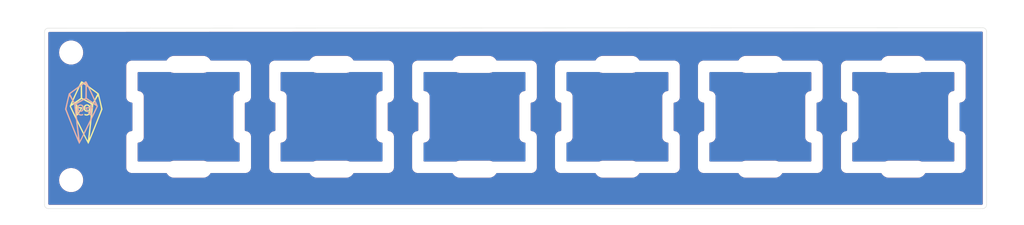
<source format=kicad_pcb>
(kicad_pcb (version 20211014) (generator pcbnew)
  (layers (0 "F.Cu" signal) (31 "B.Cu" signal) (34 "B.Paste" user) (35 "F.Paste" user) (36 "B.SilkS" user "B.Silkscreen") (37 "F.SilkS" user "F.Silkscreen") (38 "B.Mask" user) (39 "F.Mask" user) (44 "Edge.Cuts" user))
  (net 0 "")
  (footprint "MountingHole:MountingHole_2.2mm_M2" (layer "F.Cu") (at 28 72)
    (fp_text reference "REF**" hide)
    (fp_text value "MountingHole_2.2mm_M2")
    (pad "" np_thru_hole circle locked (at 0 0) (size 2.2 2.2) (drill 2.2) (layers *.Cu *.Mask))
  )
  (footprint "MountingHole:MountingHole_2.2mm_M2" (layer "F.Cu") (at 28 89)
    (fp_text reference "REF**" hide)
    (fp_text value "MountingHole_2.2mm_M2")
    (pad "" np_thru_hole circle locked (at 0 0) (size 2.2 2.2) (drill 2.2) (layers *.Cu *.Mask))
  )
  (footprint "logo:q64logo" (layer "F.Cu") (at 30 80 180)
    (fp_text reference "G***" hide)
    (fp_text value "LOGO" hide)
    (fp_poly (pts (xy 0.054563 -0.395663) (xy 0.134424 -0.379699) (xy 0.205316 -0.356885) (xy 0.2286 -0.347553) (xy 0.2286 -0.170395) (xy 0.175683 -0.194135) (xy 0.112018 -0.218837) (xy 0.050669 -0.23359) (xy -0.015664 -0.239885) (xy -0.0508 -0.240344) (xy -0.116952 -0.236181) (xy -0.17197 -0.223692) (xy -0.220255 -0.201289) (xy -0.266205 -0.167387) (xy -0.275061 -0.159491) (xy -0.317211 -0.111544) (xy -0.353751 -0.051307) (xy -0.382289 0.016886) (xy -0.393418 0.055033) (xy -0.400651 0.089861) (xy -0.40796 0.134447) (xy -0.414587 0.182959) (xy -0.419772 0.229566) (xy -0.422756 0.268434) (xy -0.423185 0.283633) (xy -0.422633 0.296711) (xy -0.419709 0.299224) (xy -0.412493 0.289781) (xy -0.399062 0.266992) (xy -0.398256 0.265587) (xy -0.358406 0.212503) (xy -0.304691 0.166806) (xy -0.254364 0.137436) (xy -0.228633 0.126159) (xy -0.203481 0.11885) (xy -0.173478 0.114437) (xy -0.133193 0.111853) (xy -0.122228 0.111417) (xy -0.040086 0.112595) (xy 0.030403 0.123358) (xy 0.092161 0.144676) (xy 0.148112 0.177516) (xy 0.194457 0.216326) (xy 0.245734 0.276855) (xy 0.284912 0.348764) (xy 0.311773 0.431366) (xy 0.326101 0.523976) (xy 0.327677 0.625909) (xy 0.327215 0.635) (xy 0.321154 0.704373) (xy 0.310632 0.762781) (xy 0.294293 0.815903) (xy 0.271647 0.867665) (xy 0.231371 0.930937) (xy 0.178713 0.984262) (xy 0.115492 1.026913) (xy 0.04353 1.058164) (xy -0.035353 1.077287) (xy -0.119337 1.083555) (xy -0.206602 1.076243) (xy -0.236569 1.070562) (xy -0.313196 1.046647) (xy -0.380191 1.010025) (xy -0.437813 0.960341) (xy -0.48632 0.897243) (xy -0.525973 0.820376) (xy -0.557028 0.729387) (xy -0.579746 0.623923) (xy -0.580138 0.621372) (xy -0.387308 0.621372) (xy -0.385895 0.640925) (xy -0.372472 0.719016) (xy -0.347973 0.786204) (xy -0.31342 0.841683) (xy -0.269833 0.884647) (xy -0.21823 0.914291) (xy -0.159633 0.929808) (xy -0.095061 0.930394) (xy -0.034899 0.918155) (xy 0.003261 0.901823) (xy 0.038626 0.878436) (xy 0.043495 0.874243) (xy 0.079475 0.833953) (xy 0.106011 0.785755) (xy 0.123611 0.727882) (xy 0.132783 0.658566) (xy 0.134035 0.576042) (xy 0.133521 0.561166) (xy 0.126676 0.483407) (xy 0.112518 0.419615) (xy 0.090218 0.368112) (xy 0.058947 0.327224) (xy 0.017877 0.295274) (xy -0.003742 0.283503) (xy -0.054937 0.266442) (xy -0.11318 0.259927) (xy -0.172186 0.264064) (xy -0.225671 0.278959) (xy -0.227523 0.279744) (xy -0.27622 0.309636) (xy -0.317269 0.353036) (xy -0.349787 0.407927) (xy -0.372889 0.472291) (xy -0.385691 0.544112) (xy -0.387308 0.621372) (xy -0.580138 0.621372) (xy -0.584092 0.595676) (xy -0.588017 0.561697) (xy -0.59195 0.516349) (xy -0.595469 0.465196) (xy -0.598153 0.413796) (xy -0.598457 0.4064) (xy -0.598643 0.268078) (xy -0.587848 0.141503) (xy -0.566147 0.02695) (xy -0.533615 -0.075301) (xy -0.490327 -0.164974) (xy -0.436357 -0.24179) (xy -0.417766 -0.262635) (xy -0.355292 -0.318143) (xy -0.28518 -0.359589) (xy -0.2053 -0.388143) (xy -0.177801 -0.39465) (xy -0.107064 -0.403682) (xy -0.027771 -0.403838) (xy 0.054563 -0.395663)) (layer "F.SilkS") (width 0.01) (fill solid))
    (fp_poly (pts (xy -0.27751 -4.170454) (xy -0.263124 -4.148736) (xy -0.242058 -4.113135) (xy -0.214649 -4.064337) (xy -0.181237 -4.003024) (xy -0.142161 -3.929882) (xy -0.097759 -3.845595) (xy -0.048369 -3.750846) (xy 0.005668 -3.646321) (xy 0.064015 -3.532703) (xy 0.126333 -3.410677) (xy 0.192282 -3.280927) (xy 0.261525 -3.144137) (xy 0.333723 -3.000992) (xy 0.408536 -2.852175) (xy 0.485626 -2.698372) (xy 0.564655 -2.540266) (xy 0.645283 -2.378542) (xy 0.727172 -2.213884) (xy 0.809983 -2.046977) (xy 0.893377 -1.878503) (xy 0.977016 -1.709149) (xy 1.06056 -1.539598) (xy 1.143672 -1.370534) (xy 1.226011 -1.202642) (xy 1.307241 -1.036605) (xy 1.387021 -0.873109) (xy 1.465013 -0.712838) (xy 1.540879 -0.556475) (xy 1.614279 -0.404705) (xy 1.684875 -0.258213) (xy 1.752328 -0.117682) (xy 1.816299 0.016202) (xy 1.876449 0.142757) (xy 1.932441 0.261297) (xy 1.983935 0.371139) (xy 2.030592 0.471597) (xy 2.072073 0.561988) (xy 2.10804 0.641628) (xy 2.138155 0.709831) (xy 2.160445 0.762) (xy 2.17558 0.799024) (xy 2.184716 0.824672) (xy 2.188702 0.843055) (xy 2.188391 0.858284) (xy 2.184631 0.874469) (xy 2.184098 0.8763) (xy 2.175732 0.900392) (xy 2.160674 0.938854) (xy 2.139366 0.990699) (xy 2.112252 1.054942) (xy 2.079775 1.130596) (xy 2.042376 1.216673) (xy 2.0005 1.312189) (xy 1.954589 1.416155) (xy 1.905085 1.527585) (xy 1.852432 1.645494) (xy 1.797072 1.768894) (xy 1.739449 1.896799) (xy 1.680004 2.028222) (xy 1.619182 2.162177) (xy 1.557424 2.297677) (xy 1.495174 2.433736) (xy 1.432875 2.569367) (xy 1.370968 2.703584) (xy 1.309898 2.8354) (xy 1.250107 2.963828) (xy 1.192037 3.087882) (xy 1.176962 3.119966) (xy 1.134784 3.209051) (xy 1.09022 3.302077) (xy 1.044215 3.397141) (xy 0.997717 3.492344) (xy 0.951671 3.585783) (xy 0.907024 3.675557) (xy 0.864723 3.759764) (xy 0.825712 3.836503) (xy 0.790939 3.903873) (xy 0.761349 3.959971) (xy 0.73789 4.002897) (xy 0.735295 4.007489) (xy 0.704912 4.059196) (xy 0.676465 4.104208) (xy 0.651267 4.14068) (xy 0.630627 4.166765) (xy 0.615859 4.180618) (xy 0.611056 4.18238) (xy 0.601182 4.178501) (xy 0.58119 4.168562) (xy 0.559268 4.156818) (xy 0.524253 4.136194) (xy 0.476724 4.10613) (xy 0.417712 4.067351) (xy 0.348245 4.020582) (xy 0.269353 3.96655) (xy 0.182066 3.90598) (xy 0.087411 3.839597) (xy -0.01358 3.768127) (xy -0.11988 3.692295) (xy -0.230458 3.612827) (xy -0.344285 3.530449) (xy -0.460333 3.445885) (xy -0.577571 3.359862) (xy -0.694971 3.273104) (xy -0.704466 3.266059) (xy -0.760003 3.224883) (xy -0.82464 3.177029) (xy -0.893838 3.125852) (xy -0.963056 3.074711) (xy -1.027756 3.02696) (xy -1.0541 3.007537) (xy -1.116645 2.96141) (xy -1.186984 2.90948) (xy -1.260236 2.855355) (xy -1.331517 2.802643) (xy -1.395947 2.754951) (xy -1.418167 2.738489) (xy -1.468759 2.701062) (xy -1.517333 2.665254) (xy -1.561467 2.63284) (xy -1.598738 2.605597) (xy -1.626722 2.585302) (xy -1.640492 2.575475) (xy -1.669947 2.551862) (xy -1.686919 2.530073) (xy -1.69299 2.5146) (xy -1.695925 2.502736) (xy -1.700627 2.483267) (xy -1.477438 2.483267) (xy -1.470752 2.491938) (xy -1.437011 2.518378) (xy -1.392365 2.552482) (xy -1.337756 2.593576) (xy -1.274123 2.640983) (xy -1.202407 2.694027) (xy -1.123548 2.752034) (xy -1.038488 2.814328) (xy -0.948166 2.880232) (xy -0.853523 2.949072) (xy -0.7555 3.020172) (xy -0.655037 3.092856) (xy -0.553074 3.166449) (xy -0.450552 3.240275) (xy -0.348412 3.313658) (xy -0.247593 3.385924) (xy -0.149037 3.456395) (xy -0.053684 3.524398) (xy 0.037526 3.589255) (xy 0.123652 3.650292) (xy 0.203754 3.706833) (xy 0.276891 3.758202) (xy 0.342123 3.803724) (xy 0.398508 3.842723) (xy 0.445108 3.874524) (xy 0.480981 3.898451) (xy 0.505186 3.913828) (xy 0.516784 3.91998) (xy 0.517324 3.920066) (xy 0.522088 3.912642) (xy 0.527176 3.894214) (xy 0.528309 3.888316) (xy 0.531476 3.861336) (xy 0.534353 3.818959) (xy 0.536922 3.762721) (xy 0.539163 3.694156) (xy 0.541058 3.614799) (xy 0.542588 3.526186) (xy 0.543735 3.42985) (xy 0.544479 3.327327) (xy 0.544801 3.220152) (xy 0.544684 3.109859) (xy 0.544107 2.997984) (xy 0.543054 2.886061) (xy 0.541742 2.790367) (xy 0.540251 2.693584) (xy 0.538839 2.596889) (xy 0.537535 2.502504) (xy 0.536365 2.412646) (xy 0.535357 2.329536) (xy 0.534538 2.255394) (xy 0.533935 2.192438) (xy 0.533577 2.142887) (xy 0.533491 2.1209) (xy 0.533161 1.951567) (xy 0.513428 1.941225) (xy 0.719666 1.941225) (xy 0.719748 2.598329) (xy 0.71994 2.759788) (xy 0.720493 2.904933) (xy 0.721435 3.034377) (xy 0.722795 3.148738) (xy 0.724602 3.248629) (xy 0.726885 3.334666) (xy 0.729672 3.407465) (xy 0.732993 3.46764) (xy 0.736875 3.515807) (xy 0.741347 3.552581) (xy 0.746439 3.578577) (xy 0.752179 3.594411) (xy 0.758596 3.600698) (xy 0.765718 3.598053) (xy 0.766404 3.597389) (xy 0.772706 3.587118) (xy 0.785238 3.563403) (xy 0.80306 3.52814) (xy 0.825234 3.483225) (xy 0.850819 3.430555) (xy 0.878877 3.372025) (xy 0.898045 3.331633) (xy 0.975975 3.166338) (xy 1.052632 3.002928) (xy 1.127696 2.842117) (xy 1.200849 2.684617) (xy 1.271772 2.531143) (xy 1.340147 2.382407) (xy 1.405654 2.239123) (xy 1.467975 2.102003) (xy 1.526791 1.97176) (xy 1.581783 1.849109) (xy 1.632633 1.734761) (xy 1.679022 1.62943) (xy 1.720631 1.533829) (xy 1.757142 1.448672) (xy 1.788235 1.374671) (xy 1.813593 1.312539) (xy 1.832895 1.26299) (xy 1.845824 1.226737) (xy 1.852061 1.204493) (xy 1.852009 1.197254) (xy 1.843185 1.19662) (xy 1.824839 1.203266) (xy 1.796585 1.217438) (xy 1.758039 1.239386) (xy 1.708816 1.269355) (xy 1.648529 1.307594) (xy 1.576796 1.354349) (xy 1.493229 1.409868) (xy 1.397444 1.474398) (xy 1.289056 1.548187) (xy 1.16768 1.631482) (xy 1.056216 1.708416) (xy 0.719666 1.941225) (xy 0.513428 1.941225) (xy 0.306986 1.833033) (xy 0.243112 1.799548) (xy 0.1681 1.760207) (xy 0.085802 1.717031) (xy 0.000072 1.672044) (xy -0.085238 1.627265) (xy -0.166278 1.584715) (xy -0.207244 1.5632) (xy -0.280777 1.524727) (xy -0.357623 1.484786) (xy -0.434582 1.445023) (xy -0.508456 1.407083) (xy -0.576044 1.37261) (xy -0.634148 1.343249) (xy -0.667985 1.32636) (xy -0.840669 1.240819) (xy -0.854252 1.26067) (xy -0.86785 1.28244) (xy -0.888003 1.317337) (xy -0.913925 1.363848) (xy -0.944834 1.420462) (xy -0.979946 1.485665) (xy -1.018476 1.557946) (xy -1.059641 1.635792) (xy -1.102657 1.71769) (xy -1.14674 1.802129) (xy -1.191106 1.887596) (xy -1.234972 1.972579) (xy -1.277553 2.055565) (xy -1.318066 2.135042) (xy -1.355727 2.209498) (xy -1.389752 2.27742) (xy -1.419357 2.337296) (xy -1.443759 2.387613) (xy -1.462172 2.42686) (xy -1.473815 2.453524) (xy -1.477057 2.462305) (xy -1.477438 2.483267) (xy -1.700627 2.483267) (xy -1.702521 2.475427) (xy -1.712534 2.433703) (xy -1.725718 2.378596) (xy -1.741826 2.311136) (xy -1.760614 2.232354) (xy -1.781835 2.14328) (xy -1.805245 2.044947) (xy -1.830597 1.938384) (xy -1.857647 1.824623) (xy -1.886147 1.704695) (xy -1.915853 1.57963) (xy -1.942675 1.466656) (xy -2.180801 0.463445) (xy -1.989668 0.463445) (xy -1.97672 0.538639) (xy -1.96441 0.607198) (xy -1.949503 0.685298) (xy -1.932317 0.771571) (xy -1.91317 0.864652) (xy -1.892379 0.963173) (xy -1.870262 1.065766) (xy -1.847136 1.171066) (xy -1.82332 1.277705) (xy -1.799132 1.384316) (xy -1.774888 1.489532) (xy -1.750906 1.591987) (xy -1.727505 1.690312) (xy -1.705001 1.783142) (xy -1.683713 1.86911) (xy -1.663958 1.946847) (xy -1.646055 2.014988) (xy -1.63032 2.072166) (xy -1.617071 2.117013) (xy -1.606626 2.148162) (xy -1.599304 2.164247) (xy -1.598734 2.165) (xy -1.589762 2.170102) (xy -1.57773 2.165394) (xy -1.561138 2.149556) (xy -1.538488 2.121269) (xy -1.519749 2.0955) (xy -1.497126 2.061917) (xy -1.46886 2.016821) (xy -1.434696 1.95976) (xy -1.394375 1.890283) (xy -1.347641 1.807936) (xy -1.294236 1.712268) (xy -1.233905 1.602825) (xy -1.16639 1.479156) (xy -1.097963 1.352894) (xy -0.959387 1.096433) (xy -0.943496 0.95449) (xy -0.751486 0.95449) (xy -0.750719 0.978668) (xy -0.746476 0.996279) (xy -0.738114 1.012436) (xy -0.737474 1.013459) (xy -0.714775 1.040892) (xy -0.677222 1.074555) (xy -0.62468 1.114545) (xy -0.557014 1.160957) (xy -0.474091 1.213889) (xy -0.375775 1.273436) (xy -0.364067 1.280364) (xy -0.336044 1.296581) (xy -0.29695 1.318724) (xy -0.248303 1.345965) (xy -0.191622 1.377477) (xy -0.128426 1.412431) (xy -0.060233 1.449999) (xy 0.011438 1.489353) (xy 0.085069 1.529665) (xy 0.159141 1.570108) (xy 0.232134 1.609853) (xy 0.302532 1.648072) (xy 0.368814 1.683937) (xy 0.429463 1.716621) (xy 0.48296 1.745296) (xy 0.527785 1.769132) (xy 0.562421 1.787303) (xy 0.585349 1.798981) (xy 0.595051 1.803337) (xy 0.59516 1.803348) (xy 0.60349 1.79879) (xy 0.624234 1.785796) (xy 0.655782 1.765419) (xy 0.696526 1.738715) (xy 0.744855 1.706739) (xy 0.799161 1.670545) (xy 0.857627 1.631327) (xy 0.891458 1.608481) (xy 0.935439 1.578648) (xy 0.988305 1.542696) (xy 1.048792 1.501489) (xy 1.115635 1.455895) (xy 1.18757 1.406779) (xy 1.263334 1.355007) (xy 1.34166 1.301445) (xy 1.421286 1.246959) (xy 1.500947 1.192415) (xy 1.579378 1.138679) (xy 1.655316 1.086617) (xy 1.727495 1.037095) (xy 1.794652 0.990979) (xy 1.855522 0.949135) (xy 1.908841 0.912429) (xy 1.953345 0.881726) (xy 1.987768 0.857894) (xy 2.010848 0.841798) (xy 2.021319 0.834303) (xy 2.021599 0.834081) (xy 2.019272 0.825344) (xy 2.009476 0.801566) (xy 1.992273 0.762873) (xy 1.967721 0.709392) (xy 1.935883 0.641247) (xy 1.896818 0.558566) (xy 1.850588 0.461474) (xy 1.797252 0.350098) (xy 1.736872 0.224564) (xy 1.669507 0.084998) (xy 1.595219 -0.068474) (xy 1.514068 -0.235727) (xy 1.426114 -0.416632) (xy 1.331419 -0.611066) (xy 1.230043 -0.8189) (xy 1.122046 -1.04001) (xy 1.096535 -1.0922) (xy 0.976751 -1.337323) (xy 0.864329 -1.567583) (xy 0.759118 -1.783291) (xy 0.660967 -1.984759) (xy 0.569724 -2.172298) (xy 0.485237 -2.346221) (xy 0.407356 -2.506839) (xy 0.33593 -2.654462) (xy 0.270806 -2.789405) (xy 0.211833 -2.911976) (xy 0.158861 -3.02249) (xy 0.154759 -3.031067) (xy 0.089644 -3.166547) (xy 0.031168 -3.286701) (xy -0.020778 -3.391731) (xy -0.066302 -3.481841) (xy -0.105514 -3.557236) (xy -0.138521 -3.618119) (xy -0.165433 -3.664694) (xy -0.186357 -3.697165) (xy -0.201402 -3.715735) (xy -0.210678 -3.720609) (xy -0.212059 -3.719763) (xy -0.215766 -3.708627) (xy -0.221194 -3.681483) (xy -0.228245 -3.639158) (xy -0.236825 -3.582479) (xy -0.246836 -3.512273) (xy -0.258185 -3.429368) (xy -0.270774 -3.334591) (xy -0.284508 -3.228769) (xy -0.29929 -3.11273) (xy -0.315026 -2.9873) (xy -0.331619 -2.853307) (xy -0.348974 -2.711579) (xy -0.366994 -2.562942) (xy -0.385584 -2.408224) (xy -0.404647 -2.248252) (xy -0.424089 -2.083854) (xy -0.443813 -1.915856) (xy -0.463724 -1.745086) (xy -0.483725 -1.572371) (xy -0.503721 -1.398539) (xy -0.523615 -1.224416) (xy -0.543313 -1.050831) (xy -0.562717 -0.878609) (xy -0.581734 -0.70858) (xy -0.600265 -0.541569) (xy -0.618216 -0.378404) (xy -0.635492 -0.219913) (xy -0.651995 -0.066922) (xy -0.66763 0.079741) (xy -0.682301 0.219248) (xy -0.695913 0.350773) (xy -0.70837 0.473489) (xy -0.719575 0.586567) (xy -0.729434 0.689181) (xy -0.737849 0.780504) (xy -0.744726 0.859708) (xy -0.749422 0.918633) (xy -0.751486 0.95449) (xy -0.943496 0.95449) (xy -0.864598 0.249767) (xy -0.846103 0.084726) (xy -0.82701 -0.085362) (xy -0.807443 -0.259405) (xy -0.787526 -0.436307) (xy -0.767383 -0.614973) (xy -0.747139 -0.794308) (xy -0.726918 -0.973219) (xy -0.706845 -1.150609) (xy -0.687043 -1.325385) (xy -0.667638 -1.496452) (xy -0.648753 -1.662714) (xy -0.630513 -1.823077) (xy -0.613043 -1.976446) (xy -0.596466 -2.121727) (xy -0.580907 -2.257825) (xy -0.56649 -2.383644) (xy -0.553339 -2.498091) (xy -0.54158 -2.60007) (xy -0.531336 -2.688487) (xy -0.522732 -2.762246) (xy -0.515993 -2.8194) (xy -0.50729 -2.892629) (xy -0.498627 -2.965539) (xy -0.490362 -3.035111) (xy -0.482854 -3.098327) (xy -0.476461 -3.15217) (xy -0.471542 -3.193621) (xy -0.469855 -3.207845) (xy -0.463881 -3.267021) (xy -0.461931 -3.310313) (xy -0.464023 -3.338286) (xy -0.470172 -3.351508) (xy -0.47406 -3.3528) (xy -0.480058 -3.345043) (xy -0.491843 -3.322323) (xy -0.509084 -3.285467) (xy -0.531454 -3.235302) (xy -0.558622 -3.172656) (xy -0.590259 -3.098356) (xy -0.626035 -3.013229) (xy -0.665621 -2.918102) (xy -0.708687 -2.813803) (xy -0.754904 -2.701158) (xy -0.803942 -2.580996) (xy -0.855472 -2.454142) (xy -0.909164 -2.321424) (xy -0.96469 -2.18367) (xy -1.021718 -2.041706) (xy -1.079921 -1.896361) (xy -1.138968 -1.74846) (xy -1.19853 -1.598832) (xy -1.258277 -1.448303) (xy -1.31788 -1.297701) (xy -1.37701 -1.147852) (xy -1.435336 -0.999585) (xy -1.49253 -0.853726) (xy -1.548262 -0.711102) (xy -1.602202 -0.572541) (xy -1.654022 -0.43887) (xy -1.703391 -0.310916) (xy -1.749979 -0.189507) (xy -1.793459 -0.075468) (xy -1.833499 0.030371) (xy -1.869771 0.127185) (xy -1.901945 0.214146) (xy -1.929691 0.290426) (xy -1.952681 0.355199) (xy -1.963389 0.386239) (xy -1.989668 0.463445) (xy -2.180801 0.463445) (xy -2.184386 0.448345) (xy -1.751777 -0.641544) (xy -1.662641 -0.866059) (xy -1.579419 -1.075578) (xy -1.501808 -1.270857) (xy -1.429504 -1.452652) (xy -1.362206 -1.621717) (xy -1.299611 -1.778809) (xy -1.241416 -1.924683) (xy -1.187319 -2.060094) (xy -1.137017 -2.185798) (xy -1.090208 -2.302551) (xy -1.046589 -2.411108) (xy -1.005857 -2.512225) (xy -0.96771 -2.606657) (xy -0.931846 -2.69516) (xy -0.897961 -2.77849) (xy -0.865753 -2.857401) (xy -0.834921 -2.932649) (xy -0.810115 -2.992967) (xy -0.737158 -3.169465) (xy -0.669279 -3.33244) (xy -0.606565 -3.481695) (xy -0.549103 -3.617032) (xy -0.496982 -3.738254) (xy -0.450288 -3.845164) (xy -0.409109 -3.937563) (xy -0.373532 -4.015255) (xy -0.343646 -4.078042) (xy -0.319537 -4.125727) (xy -0.301294 -4.158112) (xy -0.289004 -4.174999) (xy -0.284876 -4.177605) (xy -0.27751 -4.170454)) (layer "F.SilkS") (width 0.01) (fill solid))
    (fp_poly (pts (xy 1.356642 0.089413) (xy 1.354384 0.55983) (xy 1.451909 0.557198) (xy 1.549433 0.554567) (xy 1.549416 0.632883) (xy 1.549399 0.7112) (xy 1.354666 0.7112) (xy 1.354666 1.058333) (xy 1.168399 1.058333) (xy 1.168399 0.7112) (xy 0.861483 0.711219) (xy 0.554566 0.711237) (xy 0.5588 0.614287) (xy 0.561668 0.548584) (xy 0.716969 0.548584) (xy 0.718792 0.552028) (xy 0.725848 0.554556) (xy 0.739944 0.556276) (xy 0.762884 0.557291) (xy 0.796475 0.557705) (xy 0.842522 0.557625) (xy 0.90283 0.557155) (xy 0.937311 0.556822) (xy 1.164166 0.554567) (xy 1.165837 0.173567) (xy 1.166112 0.070867) (xy 1.165964 -0.014982) (xy 1.16539 -0.084062) (xy 1.164389 -0.136451) (xy 1.162959 -0.172227) (xy 1.161099 -0.19147) (xy 1.159067 -0.194734) (xy 1.153028 -0.184909) (xy 1.139362 -0.162254) (xy 1.119098 -0.128493) (xy 1.093265 -0.085351) (xy 1.062889 -0.034552) (xy 1.029 0.022178) (xy 0.992626 0.083117) (xy 0.954794 0.146539) (xy 0.916533 0.21072) (xy 0.87887 0.273934) (xy 0.842835 0.334459) (xy 0.809454 0.390569) (xy 0.779757 0.440539) (xy 0.754771 0.482645) (xy 0.735524 0.515164) (xy 0.723046 0.536369) (xy 0.718575 0.544122) (xy 0.716969 0.548584) (xy 0.561668 0.548584) (xy 0.563033 0.517338) (xy 0.846666 0.068557) (xy 1.130299 -0.380225) (xy 1.358899 -0.381003) (xy 1.356642 0.089413)) (layer "F.SilkS") (width 0.01) (fill solid))
  )
  (footprint "Keebio-Parts:MX_Switch_Cutout" (layer "F.Cu") (at 43.65625 80.565625)
    (fp_text reference "REF**" hide)
    (fp_text value "MX_Switch_Cutout" hide)
    (pad "" np_thru_hole oval locked (at 6.731 0) (size 0.508 5.842) (drill oval 0.508 5.842) (layers *.Cu *.Mask))
    (pad "" np_thru_hole oval locked (at 7.14375 -2.667) (size 1.3335 0.508) (drill oval 1.3335 0.508) (layers *.Cu *.Mask))
    (pad "" np_thru_hole oval locked (at 0 -6.985) (size 5.08 1.27) (drill oval 5.08 1.27) (layers *.Cu *.Mask))
    (pad "" np_thru_hole oval locked (at -7.5565 -4.699) (size 0.508 4.572) (drill oval 0.508 4.572) (layers *.Cu *.Mask))
    (pad "" np_thru_hole oval locked (at 0 6.731) (size 15.5956 0.508) (drill oval 15.5956 0.508) (layers *.Cu *.Mask))
    (pad "" np_thru_hole oval locked (at 0 -6.731) (size 15.5956 0.508) (drill oval 15.5956 0.508) (layers *.Cu *.Mask))
    (pad "" np_thru_hole oval locked (at 0 6.985) (size 5.08 1.27) (drill oval 5.08 1.27) (layers *.Cu *.Mask))
    (pad "" np_thru_hole oval locked (at -7.5565 4.699) (size 0.508 4.572) (drill oval 0.508 4.572) (layers *.Cu *.Mask))
    (pad "" np_thru_hole oval locked (at -7.14375 -2.667) (size 1.3335 0.508) (drill oval 1.3335 0.508) (layers *.Cu *.Mask))
    (pad "" np_thru_hole oval locked (at 7.5565 4.699) (size 0.508 4.572) (drill oval 0.508 4.572) (layers *.Cu *.Mask))
    (pad "" np_thru_hole oval locked (at 7.14375 2.667) (size 1.3335 0.508) (drill oval 1.3335 0.508) (layers *.Cu *.Mask))
    (pad "" np_thru_hole oval locked (at -7.14375 2.667) (size 1.3335 0.508) (drill oval 1.3335 0.508) (layers *.Cu *.Mask))
    (pad "" np_thru_hole oval locked (at -6.731 0) (size 0.508 5.842) (drill oval 0.508 5.842) (layers *.Cu *.Mask))
    (pad "" np_thru_hole oval locked (at 7.5565 -4.699) (size 0.508 4.572) (drill oval 0.508 4.572) (layers *.Cu *.Mask))
  )
  (footprint "Keebio-Parts:MX_Switch_Cutout" (layer "F.Cu") (at 62.70625 80.565625 180)
    (fp_text reference "REF**" hide)
    (fp_text value "MX_Switch_Cutout" hide)
    (pad "" np_thru_hole oval locked (at -7.5565 -4.699 180) (size 0.508 4.572) (drill oval 0.508 4.572) (layers *.Cu *.Mask))
    (pad "" np_thru_hole oval locked (at 7.5565 4.699 180) (size 0.508 4.572) (drill oval 0.508 4.572) (layers *.Cu *.Mask))
    (pad "" np_thru_hole oval locked (at -7.14375 2.667 180) (size 1.3335 0.508) (drill oval 1.3335 0.508) (layers *.Cu *.Mask))
    (pad "" np_thru_hole oval locked (at 0 6.985 180) (size 5.08 1.27) (drill oval 5.08 1.27) (layers *.Cu *.Mask))
    (pad "" np_thru_hole oval locked (at 7.5565 -4.699 180) (size 0.508 4.572) (drill oval 0.508 4.572) (layers *.Cu *.Mask))
    (pad "" np_thru_hole oval locked (at -7.14375 -2.667 180) (size 1.3335 0.508) (drill oval 1.3335 0.508) (layers *.Cu *.Mask))
    (pad "" np_thru_hole oval locked (at 0 6.731 180) (size 15.5956 0.508) (drill oval 15.5956 0.508) (layers *.Cu *.Mask))
    (pad "" np_thru_hole oval locked (at 6.731 0 180) (size 0.508 5.842) (drill oval 0.508 5.842) (layers *.Cu *.Mask))
    (pad "" np_thru_hole oval locked (at 0 -6.731 180) (size 15.5956 0.508) (drill oval 15.5956 0.508) (layers *.Cu *.Mask))
    (pad "" np_thru_hole oval locked (at 7.14375 -2.667 180) (size 1.3335 0.508) (drill oval 1.3335 0.508) (layers *.Cu *.Mask))
    (pad "" np_thru_hole oval locked (at 7.14375 2.667 180) (size 1.3335 0.508) (drill oval 1.3335 0.508) (layers *.Cu *.Mask))
    (pad "" np_thru_hole oval locked (at 0 -6.985 180) (size 5.08 1.27) (drill oval 5.08 1.27) (layers *.Cu *.Mask))
    (pad "" np_thru_hole oval locked (at -7.5565 4.699 180) (size 0.508 4.572) (drill oval 0.508 4.572) (layers *.Cu *.Mask))
    (pad "" np_thru_hole oval locked (at -6.731 0 180) (size 0.508 5.842) (drill oval 0.508 5.842) (layers *.Cu *.Mask))
  )
  (footprint "Keebio-Parts:MX_Switch_Cutout" (layer "F.Cu") (at 81.75625 80.565625 180)
    (fp_text reference "REF**" hide)
    (fp_text value "MX_Switch_Cutout" hide)
    (pad "" np_thru_hole oval locked (at 7.14375 -2.667 180) (size 1.3335 0.508) (drill oval 1.3335 0.508) (layers *.Cu *.Mask))
    (pad "" np_thru_hole oval locked (at 0 -6.985 180) (size 5.08 1.27) (drill oval 5.08 1.27) (layers *.Cu *.Mask))
    (pad "" np_thru_hole oval locked (at 0 6.985 180) (size 5.08 1.27) (drill oval 5.08 1.27) (layers *.Cu *.Mask))
    (pad "" np_thru_hole oval locked (at 6.731 0 180) (size 0.508 5.842) (drill oval 0.508 5.842) (layers *.Cu *.Mask))
    (pad "" np_thru_hole oval locked (at -7.5565 4.699 180) (size 0.508 4.572) (drill oval 0.508 4.572) (layers *.Cu *.Mask))
    (pad "" np_thru_hole oval locked (at 0 -6.731 180) (size 15.5956 0.508) (drill oval 15.5956 0.508) (layers *.Cu *.Mask))
    (pad "" np_thru_hole oval locked (at -6.731 0 180) (size 0.508 5.842) (drill oval 0.508 5.842) (layers *.Cu *.Mask))
    (pad "" np_thru_hole oval locked (at 7.5565 4.699 180) (size 0.508 4.572) (drill oval 0.508 4.572) (layers *.Cu *.Mask))
    (pad "" np_thru_hole oval locked (at -7.14375 2.667 180) (size 1.3335 0.508) (drill oval 1.3335 0.508) (layers *.Cu *.Mask))
    (pad "" np_thru_hole oval locked (at 7.14375 2.667 180) (size 1.3335 0.508) (drill oval 1.3335 0.508) (layers *.Cu *.Mask))
    (pad "" np_thru_hole oval locked (at 0 6.731 180) (size 15.5956 0.508) (drill oval 15.5956 0.508) (layers *.Cu *.Mask))
    (pad "" np_thru_hole oval locked (at -7.14375 -2.667 180) (size 1.3335 0.508) (drill oval 1.3335 0.508) (layers *.Cu *.Mask))
    (pad "" np_thru_hole oval locked (at 7.5565 -4.699 180) (size 0.508 4.572) (drill oval 0.508 4.572) (layers *.Cu *.Mask))
    (pad "" np_thru_hole oval locked (at -7.5565 -4.699 180) (size 0.508 4.572) (drill oval 0.508 4.572) (layers *.Cu *.Mask))
  )
  (footprint "Keebio-Parts:MX_Switch_Cutout" (layer "F.Cu") (at 100.80625 80.565625 180)
    (fp_text reference "REF**" hide)
    (fp_text value "MX_Switch_Cutout" hide)
    (pad "" np_thru_hole oval locked (at 0 6.985 180) (size 5.08 1.27) (drill oval 5.08 1.27) (layers *.Cu *.Mask))
    (pad "" np_thru_hole oval locked (at 7.14375 -2.667 180) (size 1.3335 0.508) (drill oval 1.3335 0.508) (layers *.Cu *.Mask))
    (pad "" np_thru_hole oval locked (at -7.14375 -2.667 180) (size 1.3335 0.508) (drill oval 1.3335 0.508) (layers *.Cu *.Mask))
    (pad "" np_thru_hole oval locked (at 7.14375 2.667 180) (size 1.3335 0.508) (drill oval 1.3335 0.508) (layers *.Cu *.Mask))
    (pad "" np_thru_hole oval locked (at -7.5565 4.699 180) (size 0.508 4.572) (drill oval 0.508 4.572) (layers *.Cu *.Mask))
    (pad "" np_thru_hole oval locked (at -7.5565 -4.699 180) (size 0.508 4.572) (drill oval 0.508 4.572) (layers *.Cu *.Mask))
    (pad "" np_thru_hole oval locked (at -7.14375 2.667 180) (size 1.3335 0.508) (drill oval 1.3335 0.508) (layers *.Cu *.Mask))
    (pad "" np_thru_hole oval locked (at 0 -6.731 180) (size 15.5956 0.508) (drill oval 15.5956 0.508) (layers *.Cu *.Mask))
    (pad "" np_thru_hole oval locked (at 0 -6.985 180) (size 5.08 1.27) (drill oval 5.08 1.27) (layers *.Cu *.Mask))
    (pad "" np_thru_hole oval locked (at 6.731 0 180) (size 0.508 5.842) (drill oval 0.508 5.842) (layers *.Cu *.Mask))
    (pad "" np_thru_hole oval locked (at 0 6.731 180) (size 15.5956 0.508) (drill oval 15.5956 0.508) (layers *.Cu *.Mask))
    (pad "" np_thru_hole oval locked (at 7.5565 -4.699 180) (size 0.508 4.572) (drill oval 0.508 4.572) (layers *.Cu *.Mask))
    (pad "" np_thru_hole oval locked (at -6.731 0 180) (size 0.508 5.842) (drill oval 0.508 5.842) (layers *.Cu *.Mask))
    (pad "" np_thru_hole oval locked (at 7.5565 4.699 180) (size 0.508 4.572) (drill oval 0.508 4.572) (layers *.Cu *.Mask))
  )
  (footprint "Keebio-Parts:MX_Switch_Cutout" (layer "F.Cu") (at 119.85625 80.565625 180)
    (fp_text reference "REF**" hide)
    (fp_text value "MX_Switch_Cutout" hide)
    (pad "" np_thru_hole oval locked (at 0 6.985 180) (size 5.08 1.27) (drill oval 5.08 1.27) (layers *.Cu *.Mask))
    (pad "" np_thru_hole oval locked (at -7.5565 4.699 180) (size 0.508 4.572) (drill oval 0.508 4.572) (layers *.Cu *.Mask))
    (pad "" np_thru_hole oval locked (at -7.14375 2.667 180) (size 1.3335 0.508) (drill oval 1.3335 0.508) (layers *.Cu *.Mask))
    (pad "" np_thru_hole oval locked (at 7.5565 -4.699 180) (size 0.508 4.572) (drill oval 0.508 4.572) (layers *.Cu *.Mask))
    (pad "" np_thru_hole oval locked (at 0 -6.985 180) (size 5.08 1.27) (drill oval 5.08 1.27) (layers *.Cu *.Mask))
    (pad "" np_thru_hole oval locked (at -7.14375 -2.667 180) (size 1.3335 0.508) (drill oval 1.3335 0.508) (layers *.Cu *.Mask))
    (pad "" np_thru_hole oval locked (at 6.731 0 180) (size 0.508 5.842) (drill oval 0.508 5.842) (layers *.Cu *.Mask))
    (pad "" np_thru_hole oval locked (at 0 6.731 180) (size 15.5956 0.508) (drill oval 15.5956 0.508) (layers *.Cu *.Mask))
    (pad "" np_thru_hole oval locked (at 0 -6.731 180) (size 15.5956 0.508) (drill oval 15.5956 0.508) (layers *.Cu *.Mask))
    (pad "" np_thru_hole oval locked (at 7.14375 2.667 180) (size 1.3335 0.508) (drill oval 1.3335 0.508) (layers *.Cu *.Mask))
    (pad "" np_thru_hole oval locked (at -7.5565 -4.699 180) (size 0.508 4.572) (drill oval 0.508 4.572) (layers *.Cu *.Mask))
    (pad "" np_thru_hole oval locked (at 7.5565 4.699 180) (size 0.508 4.572) (drill oval 0.508 4.572) (layers *.Cu *.Mask))
    (pad "" np_thru_hole oval locked (at -6.731 0 180) (size 0.508 5.842) (drill oval 0.508 5.842) (layers *.Cu *.Mask))
    (pad "" np_thru_hole oval locked (at 7.14375 -2.667 180) (size 1.3335 0.508) (drill oval 1.3335 0.508) (layers *.Cu *.Mask))
  )
  (footprint "Keebio-Parts:MX_Switch_Cutout" (layer "F.Cu") (at 138.90625 80.565625 180)
    (fp_text reference "REF**" hide)
    (fp_text value "MX_Switch_Cutout" hide)
    (pad "" np_thru_hole oval locked (at 7.5565 -4.699 180) (size 0.508 4.572) (drill oval 0.508 4.572) (layers *.Cu *.Mask))
    (pad "" np_thru_hole oval locked (at 6.731 0 180) (size 0.508 5.842) (drill oval 0.508 5.842) (layers *.Cu *.Mask))
    (pad "" np_thru_hole oval locked (at 0 -6.985 180) (size 5.08 1.27) (drill oval 5.08 1.27) (layers *.Cu *.Mask))
    (pad "" np_thru_hole oval locked (at 7.14375 -2.667 180) (size 1.3335 0.508) (drill oval 1.3335 0.508) (layers *.Cu *.Mask))
    (pad "" np_thru_hole oval locked (at 7.14375 2.667 180) (size 1.3335 0.508) (drill oval 1.3335 0.508) (layers *.Cu *.Mask))
    (pad "" np_thru_hole oval locked (at 7.5565 4.699 180) (size 0.508 4.572) (drill oval 0.508 4.572) (layers *.Cu *.Mask))
    (pad "" np_thru_hole oval locked (at 0 -6.731 180) (size 15.5956 0.508) (drill oval 15.5956 0.508) (layers *.Cu *.Mask))
    (pad "" np_thru_hole oval locked (at -7.14375 -2.667 180) (size 1.3335 0.508) (drill oval 1.3335 0.508) (layers *.Cu *.Mask))
    (pad "" np_thru_hole oval locked (at -7.5565 -4.699 180) (size 0.508 4.572) (drill oval 0.508 4.572) (layers *.Cu *.Mask))
    (pad "" np_thru_hole oval locked (at -7.14375 2.667 180) (size 1.3335 0.508) (drill oval 1.3335 0.508) (layers *.Cu *.Mask))
    (pad "" np_thru_hole oval locked (at 0 6.985 180) (size 5.08 1.27) (drill oval 5.08 1.27) (layers *.Cu *.Mask))
    (pad "" np_thru_hole oval locked (at -7.5565 4.699 180) (size 0.508 4.572) (drill oval 0.508 4.572) (layers *.Cu *.Mask))
    (pad "" np_thru_hole oval locked (at -6.731 0 180) (size 0.508 5.842) (drill oval 0.508 5.842) (layers *.Cu *.Mask))
    (pad "" np_thru_hole oval locked (at 0 6.731 180) (size 15.5956 0.508) (drill oval 15.5956 0.508) (layers *.Cu *.Mask))
  )
  (footprint "logo:q64logo" (layer "B.Cu") (at 29.36875 80)
    (fp_text reference "G***" hide)
    (fp_text value "LOGO" hide)
    (fp_poly (pts (xy -0.27751 4.170454) (xy -0.263124 4.148736) (xy -0.242058 4.113135) (xy -0.214649 4.064337) (xy -0.181237 4.003024) (xy -0.142161 3.929882) (xy -0.097759 3.845595) (xy -0.048369 3.750846) (xy 0.005668 3.646321) (xy 0.064015 3.532703) (xy 0.126333 3.410677) (xy 0.192282 3.280927) (xy 0.261525 3.144137) (xy 0.333723 3.000992) (xy 0.408536 2.852175) (xy 0.485626 2.698372) (xy 0.564655 2.540266) (xy 0.645283 2.378542) (xy 0.727172 2.213884) (xy 0.809983 2.046977) (xy 0.893377 1.878503) (xy 0.977016 1.709149) (xy 1.06056 1.539598) (xy 1.143672 1.370534) (xy 1.226011 1.202642) (xy 1.307241 1.036605) (xy 1.387021 0.873109) (xy 1.465013 0.712838) (xy 1.540879 0.556475) (xy 1.614279 0.404705) (xy 1.684875 0.258213) (xy 1.752328 0.117682) (xy 1.816299 -0.016202) (xy 1.876449 -0.142757) (xy 1.932441 -0.261297) (xy 1.983935 -0.371139) (xy 2.030592 -0.471597) (xy 2.072073 -0.561988) (xy 2.10804 -0.641628) (xy 2.138155 -0.709831) (xy 2.160445 -0.762) (xy 2.17558 -0.799024) (xy 2.184716 -0.824672) (xy 2.188702 -0.843055) (xy 2.188391 -0.858284) (xy 2.184631 -0.874469) (xy 2.184098 -0.8763) (xy 2.175732 -0.900392) (xy 2.160674 -0.938854) (xy 2.139366 -0.990699) (xy 2.112252 -1.054942) (xy 2.079775 -1.130596) (xy 2.042376 -1.216673) (xy 2.0005 -1.312189) (xy 1.954589 -1.416155) (xy 1.905085 -1.527585) (xy 1.852432 -1.645494) (xy 1.797072 -1.768894) (xy 1.739449 -1.896799) (xy 1.680004 -2.028222) (xy 1.619182 -2.162177) (xy 1.557424 -2.297677) (xy 1.495174 -2.433736) (xy 1.432875 -2.569367) (xy 1.370968 -2.703584) (xy 1.309898 -2.8354) (xy 1.250107 -2.963828) (xy 1.192037 -3.087882) (xy 1.176962 -3.119966) (xy 1.134784 -3.209051) (xy 1.09022 -3.302077) (xy 1.044215 -3.397141) (xy 0.997717 -3.492344) (xy 0.951671 -3.585783) (xy 0.907024 -3.675557) (xy 0.864723 -3.759764) (xy 0.825712 -3.836503) (xy 0.790939 -3.903873) (xy 0.761349 -3.959971) (xy 0.73789 -4.002897) (xy 0.735295 -4.007489) (xy 0.704912 -4.059196) (xy 0.676465 -4.104208) (xy 0.651267 -4.14068) (xy 0.630627 -4.166765) (xy 0.615859 -4.180618) (xy 0.611056 -4.18238) (xy 0.601182 -4.178501) (xy 0.58119 -4.168562) (xy 0.559268 -4.156818) (xy 0.524253 -4.136194) (xy 0.476724 -4.10613) (xy 0.417712 -4.067351) (xy 0.348245 -4.020582) (xy 0.269353 -3.96655) (xy 0.182066 -3.90598) (xy 0.087411 -3.839597) (xy -0.01358 -3.768127) (xy -0.11988 -3.692295) (xy -0.230458 -3.612827) (xy -0.344285 -3.530449) (xy -0.460333 -3.445885) (xy -0.577571 -3.359862) (xy -0.694971 -3.273104) (xy -0.704466 -3.266059) (xy -0.760003 -3.224883) (xy -0.82464 -3.177029) (xy -0.893838 -3.125852) (xy -0.963056 -3.074711) (xy -1.027756 -3.02696) (xy -1.0541 -3.007537) (xy -1.116645 -2.96141) (xy -1.186984 -2.90948) (xy -1.260236 -2.855355) (xy -1.331517 -2.802643) (xy -1.395947 -2.754951) (xy -1.418167 -2.738489) (xy -1.468759 -2.701062) (xy -1.517333 -2.665254) (xy -1.561467 -2.63284) (xy -1.598738 -2.605597) (xy -1.626722 -2.585302) (xy -1.640492 -2.575475) (xy -1.669947 -2.551862) (xy -1.686919 -2.530073) (xy -1.69299 -2.5146) (xy -1.695925 -2.502736) (xy -1.700627 -2.483267) (xy -1.477438 -2.483267) (xy -1.470752 -2.491938) (xy -1.437011 -2.518378) (xy -1.392365 -2.552482) (xy -1.337756 -2.593576) (xy -1.274123 -2.640983) (xy -1.202407 -2.694027) (xy -1.123548 -2.752034) (xy -1.038488 -2.814328) (xy -0.948166 -2.880232) (xy -0.853523 -2.949072) (xy -0.7555 -3.020172) (xy -0.655037 -3.092856) (xy -0.553074 -3.166449) (xy -0.450552 -3.240275) (xy -0.348412 -3.313658) (xy -0.247593 -3.385924) (xy -0.149037 -3.456395) (xy -0.053684 -3.524398) (xy 0.037526 -3.589255) (xy 0.123652 -3.650292) (xy 0.203754 -3.706833) (xy 0.276891 -3.758202) (xy 0.342123 -3.803724) (xy 0.398508 -3.842723) (xy 0.445108 -3.874524) (xy 0.480981 -3.898451) (xy 0.505186 -3.913828) (xy 0.516784 -3.91998) (xy 0.517324 -3.920066) (xy 0.522088 -3.912642) (xy 0.527176 -3.894214) (xy 0.528309 -3.888316) (xy 0.531476 -3.861336) (xy 0.534353 -3.818959) (xy 0.536922 -3.762721) (xy 0.539163 -3.694156) (xy 0.541058 -3.614799) (xy 0.542588 -3.526186) (xy 0.543735 -3.42985) (xy 0.544479 -3.327327) (xy 0.544801 -3.220152) (xy 0.544684 -3.109859) (xy 0.544107 -2.997984) (xy 0.543054 -2.886061) (xy 0.541742 -2.790367) (xy 0.540251 -2.693584) (xy 0.538839 -2.596889) (xy 0.537535 -2.502504) (xy 0.536365 -2.412646) (xy 0.535357 -2.329536) (xy 0.534538 -2.255394) (xy 0.533935 -2.192438) (xy 0.533577 -2.142887) (xy 0.533491 -2.1209) (xy 0.533161 -1.951567) (xy 0.513428 -1.941225) (xy 0.719666 -1.941225) (xy 0.719748 -2.598329) (xy 0.71994 -2.759788) (xy 0.720493 -2.904933) (xy 0.721435 -3.034377) (xy 0.722795 -3.148738) (xy 0.724602 -3.248629) (xy 0.726885 -3.334666) (xy 0.729672 -3.407465) (xy 0.732993 -3.46764) (xy 0.736875 -3.515807) (xy 0.741347 -3.552581) (xy 0.746439 -3.578577) (xy 0.752179 -3.594411) (xy 0.758596 -3.600698) (xy 0.765718 -3.598053) (xy 0.766404 -3.597389) (xy 0.772706 -3.587118) (xy 0.785238 -3.563403) (xy 0.80306 -3.52814) (xy 0.825234 -3.483225) (xy 0.850819 -3.430555) (xy 0.878877 -3.372025) (xy 0.898045 -3.331633) (xy 0.975975 -3.166338) (xy 1.052632 -3.002928) (xy 1.127696 -2.842117) (xy 1.200849 -2.684617) (xy 1.271772 -2.531143) (xy 1.340147 -2.382407) (xy 1.405654 -2.239123) (xy 1.467975 -2.102003) (xy 1.526791 -1.97176) (xy 1.581783 -1.849109) (xy 1.632633 -1.734761) (xy 1.679022 -1.62943) (xy 1.720631 -1.533829) (xy 1.757142 -1.448672) (xy 1.788235 -1.374671) (xy 1.813593 -1.312539) (xy 1.832895 -1.26299) (xy 1.845824 -1.226737) (xy 1.852061 -1.204493) (xy 1.852009 -1.197254) (xy 1.843185 -1.19662) (xy 1.824839 -1.203266) (xy 1.796585 -1.217438) (xy 1.758039 -1.239386) (xy 1.708816 -1.269355) (xy 1.648529 -1.307594) (xy 1.576796 -1.354349) (xy 1.493229 -1.409868) (xy 1.397444 -1.474398) (xy 1.289056 -1.548187) (xy 1.16768 -1.631482) (xy 1.056216 -1.708416) (xy 0.719666 -1.941225) (xy 0.513428 -1.941225) (xy 0.306986 -1.833033) (xy 0.243112 -1.799548) (xy 0.1681 -1.760207) (xy 0.085802 -1.717031) (xy 0.000072 -1.672044) (xy -0.085238 -1.627265) (xy -0.166278 -1.584715) (xy -0.207244 -1.5632) (xy -0.280777 -1.524727) (xy -0.357623 -1.484786) (xy -0.434582 -1.445023) (xy -0.508456 -1.407083) (xy -0.576044 -1.37261) (xy -0.634148 -1.343249) (xy -0.667985 -1.32636) (xy -0.840669 -1.240819) (xy -0.854252 -1.26067) (xy -0.86785 -1.28244) (xy -0.888003 -1.317337) (xy -0.913925 -1.363848) (xy -0.944834 -1.420462) (xy -0.979946 -1.485665) (xy -1.018476 -1.557946) (xy -1.059641 -1.635792) (xy -1.102657 -1.71769) (xy -1.14674 -1.802129) (xy -1.191106 -1.887596) (xy -1.234972 -1.972579) (xy -1.277553 -2.055565) (xy -1.318066 -2.135042) (xy -1.355727 -2.209498) (xy -1.389752 -2.27742) (xy -1.419357 -2.337296) (xy -1.443759 -2.387613) (xy -1.462172 -2.42686) (xy -1.473815 -2.453524) (xy -1.477057 -2.462305) (xy -1.477438 -2.483267) (xy -1.700627 -2.483267) (xy -1.702521 -2.475427) (xy -1.712534 -2.433703) (xy -1.725718 -2.378596) (xy -1.741826 -2.311136) (xy -1.760614 -2.232354) (xy -1.781835 -2.14328) (xy -1.805245 -2.044947) (xy -1.830597 -1.938384) (xy -1.857647 -1.824623) (xy -1.886147 -1.704695) (xy -1.915853 -1.57963) (xy -1.942675 -1.466656) (xy -2.180801 -0.463445) (xy -1.989668 -0.463445) (xy -1.97672 -0.538639) (xy -1.96441 -0.607198) (xy -1.949503 -0.685298) (xy -1.932317 -0.771571) (xy -1.91317 -0.864652) (xy -1.892379 -0.963173) (xy -1.870262 -1.065766) (xy -1.847136 -1.171066) (xy -1.82332 -1.277705) (xy -1.799132 -1.384316) (xy -1.774888 -1.489532) (xy -1.750906 -1.591987) (xy -1.727505 -1.690312) (xy -1.705001 -1.783142) (xy -1.683713 -1.86911) (xy -1.663958 -1.946847) (xy -1.646055 -2.014988) (xy -1.63032 -2.072166) (xy -1.617071 -2.117013) (xy -1.606626 -2.148162) (xy -1.599304 -2.164247) (xy -1.598734 -2.165) (xy -1.589762 -2.170102) (xy -1.57773 -2.165394) (xy -1.561138 -2.149556) (xy -1.538488 -2.121269) (xy -1.519749 -2.0955) (xy -1.497126 -2.061917) (xy -1.46886 -2.016821) (xy -1.434696 -1.95976) (xy -1.394375 -1.890283) (xy -1.347641 -1.807936) (xy -1.294236 -1.712268) (xy -1.233905 -1.602825) (xy -1.16639 -1.479156) (xy -1.097963 -1.352894) (xy -0.959387 -1.096433) (xy -0.943496 -0.95449) (xy -0.751486 -0.95449) (xy -0.750719 -0.978668) (xy -0.746476 -0.996279) (xy -0.738114 -1.012436) (xy -0.737474 -1.013459) (xy -0.714775 -1.040892) (xy -0.677222 -1.074555) (xy -0.62468 -1.114545) (xy -0.557014 -1.160957) (xy -0.474091 -1.213889) (xy -0.375775 -1.273436) (xy -0.364067 -1.280364) (xy -0.336044 -1.296581) (xy -0.29695 -1.318724) (xy -0.248303 -1.345965) (xy -0.191622 -1.377477) (xy -0.128426 -1.412431) (xy -0.060233 -1.449999) (xy 0.011438 -1.489353) (xy 0.085069 -1.529665) (xy 0.159141 -1.570108) (xy 0.232134 -1.609853) (xy 0.302532 -1.648072) (xy 0.368814 -1.683937) (xy 0.429463 -1.716621) (xy 0.48296 -1.745296) (xy 0.527785 -1.769132) (xy 0.562421 -1.787303) (xy 0.585349 -1.798981) (xy 0.595051 -1.803337) (xy 0.59516 -1.803348) (xy 0.60349 -1.79879) (xy 0.624234 -1.785796) (xy 0.655782 -1.765419) (xy 0.696526 -1.738715) (xy 0.744855 -1.706739) (xy 0.799161 -1.670545) (xy 0.857627 -1.631327) (xy 0.891458 -1.608481) (xy 0.935439 -1.578648) (xy 0.988305 -1.542696) (xy 1.048792 -1.501489) (xy 1.115635 -1.455895) (xy 1.18757 -1.406779) (xy 1.263334 -1.355007) (xy 1.34166 -1.301445) (xy 1.421286 -1.246959) (xy 1.500947 -1.192415) (xy 1.579378 -1.138679) (xy 1.655316 -1.086617) (xy 1.727495 -1.037095) (xy 1.794652 -0.990979) (xy 1.855522 -0.949135) (xy 1.908841 -0.912429) (xy 1.953345 -0.881726) (xy 1.987768 -0.857894) (xy 2.010848 -0.841798) (xy 2.021319 -0.834303) (xy 2.021599 -0.834081) (xy 2.019272 -0.825344) (xy 2.009476 -0.801566) (xy 1.992273 -0.762873) (xy 1.967721 -0.709392) (xy 1.935883 -0.641247) (xy 1.896818 -0.558566) (xy 1.850588 -0.461474) (xy 1.797252 -0.350098) (xy 1.736872 -0.224564) (xy 1.669507 -0.084998) (xy 1.595219 0.068474) (xy 1.514068 0.235727) (xy 1.426114 0.416632) (xy 1.331419 0.611066) (xy 1.230043 0.8189) (xy 1.122046 1.04001) (xy 1.096535 1.0922) (xy 0.976751 1.337323) (xy 0.864329 1.567583) (xy 0.759118 1.783291) (xy 0.660967 1.984759) (xy 0.569724 2.172298) (xy 0.485237 2.346221) (xy 0.407356 2.506839) (xy 0.33593 2.654462) (xy 0.270806 2.789405) (xy 0.211833 2.911976) (xy 0.158861 3.02249) (xy 0.154759 3.031067) (xy 0.089644 3.166547) (xy 0.031168 3.286701) (xy -0.020778 3.391731) (xy -0.066302 3.481841) (xy -0.105514 3.557236) (xy -0.138521 3.618119) (xy -0.165433 3.664694) (xy -0.186357 3.697165) (xy -0.201402 3.715735) (xy -0.210678 3.720609) (xy -0.212059 3.719763) (xy -0.215766 3.708627) (xy -0.221194 3.681483) (xy -0.228245 3.639158) (xy -0.236825 3.582479) (xy -0.246836 3.512273) (xy -0.258185 3.429368) (xy -0.270774 3.334591) (xy -0.284508 3.228769) (xy -0.29929 3.11273) (xy -0.315026 2.9873) (xy -0.331619 2.853307) (xy -0.348974 2.711579) (xy -0.366994 2.562942) (xy -0.385584 2.408224) (xy -0.404647 2.248252) (xy -0.424089 2.083854) (xy -0.443813 1.915856) (xy -0.463724 1.745086) (xy -0.483725 1.572371) (xy -0.503721 1.398539) (xy -0.523615 1.224416) (xy -0.543313 1.050831) (xy -0.562717 0.878609) (xy -0.581734 0.70858) (xy -0.600265 0.541569) (xy -0.618216 0.378404) (xy -0.635492 0.219913) (xy -0.651995 0.066922) (xy -0.66763 -0.079741) (xy -0.682301 -0.219248) (xy -0.695913 -0.350773) (xy -0.70837 -0.473489) (xy -0.719575 -0.586567) (xy -0.729434 -0.689181) (xy -0.737849 -0.780504) (xy -0.744726 -0.859708) (xy -0.749422 -0.918633) (xy -0.751486 -0.95449) (xy -0.943496 -0.95449) (xy -0.864598 -0.249767) (xy -0.846103 -0.084726) (xy -0.82701 0.085362) (xy -0.807443 0.259405) (xy -0.787526 0.436307) (xy -0.767383 0.614973) (xy -0.747139 0.794308) (xy -0.726918 0.973219) (xy -0.706845 1.150609) (xy -0.687043 1.325385) (xy -0.667638 1.496452) (xy -0.648753 1.662714) (xy -0.630513 1.823077) (xy -0.613043 1.976446) (xy -0.596466 2.121727) (xy -0.580907 2.257825) (xy -0.56649 2.383644) (xy -0.553339 2.498091) (xy -0.54158 2.60007) (xy -0.531336 2.688487) (xy -0.522732 2.762246) (xy -0.515993 2.8194) (xy -0.50729 2.892629) (xy -0.498627 2.965539) (xy -0.490362 3.035111) (xy -0.482854 3.098327) (xy -0.476461 3.15217) (xy -0.471542 3.193621) (xy -0.469855 3.207845) (xy -0.463881 3.267021) (xy -0.461931 3.310313) (xy -0.464023 3.338286) (xy -0.470172 3.351508) (xy -0.47406 3.3528) (xy -0.480058 3.345043) (xy -0.491843 3.322323) (xy -0.509084 3.285467) (xy -0.531454 3.235302) (xy -0.558622 3.172656) (xy -0.590259 3.098356) (xy -0.626035 3.013229) (xy -0.665621 2.918102) (xy -0.708687 2.813803) (xy -0.754904 2.701158) (xy -0.803942 2.580996) (xy -0.855472 2.454142) (xy -0.909164 2.321424) (xy -0.96469 2.18367) (xy -1.021718 2.041706) (xy -1.079921 1.896361) (xy -1.138968 1.74846) (xy -1.19853 1.598832) (xy -1.258277 1.448303) (xy -1.31788 1.297701) (xy -1.37701 1.147852) (xy -1.435336 0.999585) (xy -1.49253 0.853726) (xy -1.548262 0.711102) (xy -1.602202 0.572541) (xy -1.654022 0.43887) (xy -1.703391 0.310916) (xy -1.749979 0.189507) (xy -1.793459 0.075468) (xy -1.833499 -0.030371) (xy -1.869771 -0.127185) (xy -1.901945 -0.214146) (xy -1.929691 -0.290426) (xy -1.952681 -0.355199) (xy -1.963389 -0.386239) (xy -1.989668 -0.463445) (xy -2.180801 -0.463445) (xy -2.184386 -0.448345) (xy -1.751777 0.641544) (xy -1.662641 0.866059) (xy -1.579419 1.075578) (xy -1.501808 1.270857) (xy -1.429504 1.452652) (xy -1.362206 1.621717) (xy -1.299611 1.778809) (xy -1.241416 1.924683) (xy -1.187319 2.060094) (xy -1.137017 2.185798) (xy -1.090208 2.302551) (xy -1.046589 2.411108) (xy -1.005857 2.512225) (xy -0.96771 2.606657) (xy -0.931846 2.69516) (xy -0.897961 2.77849) (xy -0.865753 2.857401) (xy -0.834921 2.932649) (xy -0.810115 2.992967) (xy -0.737158 3.169465) (xy -0.669279 3.33244) (xy -0.606565 3.481695) (xy -0.549103 3.617032) (xy -0.496982 3.738254) (xy -0.450288 3.845164) (xy -0.409109 3.937563) (xy -0.373532 4.015255) (xy -0.343646 4.078042) (xy -0.319537 4.125727) (xy -0.301294 4.158112) (xy -0.289004 4.174999) (xy -0.284876 4.177605) (xy -0.27751 4.170454)) (layer "B.SilkS") (width 0.01) (fill solid))
    (fp_poly (pts (xy 0.054563 0.395663) (xy 0.134424 0.379699) (xy 0.205316 0.356885) (xy 0.2286 0.347553) (xy 0.2286 0.170395) (xy 0.175683 0.194135) (xy 0.112018 0.218837) (xy 0.050669 0.23359) (xy -0.015664 0.239885) (xy -0.0508 0.240344) (xy -0.116952 0.236181) (xy -0.17197 0.223692) (xy -0.220255 0.201289) (xy -0.266205 0.167387) (xy -0.275061 0.159491) (xy -0.317211 0.111544) (xy -0.353751 0.051307) (xy -0.382289 -0.016886) (xy -0.393418 -0.055033) (xy -0.400651 -0.089861) (xy -0.40796 -0.134447) (xy -0.414587 -0.182959) (xy -0.419772 -0.229566) (xy -0.422756 -0.268434) (xy -0.423185 -0.283633) (xy -0.422633 -0.296711) (xy -0.419709 -0.299224) (xy -0.412493 -0.289781) (xy -0.399062 -0.266992) (xy -0.398256 -0.265587) (xy -0.358406 -0.212503) (xy -0.304691 -0.166806) (xy -0.254364 -0.137436) (xy -0.228633 -0.126159) (xy -0.203481 -0.11885) (xy -0.173478 -0.114437) (xy -0.133193 -0.111853) (xy -0.122228 -0.111417) (xy -0.040086 -0.112595) (xy 0.030403 -0.123358) (xy 0.092161 -0.144676) (xy 0.148112 -0.177516) (xy 0.194457 -0.216326) (xy 0.245734 -0.276855) (xy 0.284912 -0.348764) (xy 0.311773 -0.431366) (xy 0.326101 -0.523976) (xy 0.327677 -0.625909) (xy 0.327215 -0.635) (xy 0.321154 -0.704373) (xy 0.310632 -0.762781) (xy 0.294293 -0.815903) (xy 0.271647 -0.867665) (xy 0.231371 -0.930937) (xy 0.178713 -0.984262) (xy 0.115492 -1.026913) (xy 0.04353 -1.058164) (xy -0.035353 -1.077287) (xy -0.119337 -1.083555) (xy -0.206602 -1.076243) (xy -0.236569 -1.070562) (xy -0.313196 -1.046647) (xy -0.380191 -1.010025) (xy -0.437813 -0.960341) (xy -0.48632 -0.897243) (xy -0.525973 -0.820376) (xy -0.557028 -0.729387) (xy -0.579746 -0.623923) (xy -0.580138 -0.621372) (xy -0.387308 -0.621372) (xy -0.385895 -0.640925) (xy -0.372472 -0.719016) (xy -0.347973 -0.786204) (xy -0.31342 -0.841683) (xy -0.269833 -0.884647) (xy -0.21823 -0.914291) (xy -0.159633 -0.929808) (xy -0.095061 -0.930394) (xy -0.034899 -0.918155) (xy 0.003261 -0.901823) (xy 0.038626 -0.878436) (xy 0.043495 -0.874243) (xy 0.079475 -0.833953) (xy 0.106011 -0.785755) (xy 0.123611 -0.727882) (xy 0.132783 -0.658566) (xy 0.134035 -0.576042) (xy 0.133521 -0.561166) (xy 0.126676 -0.483407) (xy 0.112518 -0.419615) (xy 0.090218 -0.368112) (xy 0.058947 -0.327224) (xy 0.017877 -0.295274) (xy -0.003742 -0.283503) (xy -0.054937 -0.266442) (xy -0.11318 -0.259927) (xy -0.172186 -0.264064) (xy -0.225671 -0.278959) (xy -0.227523 -0.279744) (xy -0.27622 -0.309636) (xy -0.317269 -0.353036) (xy -0.349787 -0.407927) (xy -0.372889 -0.472291) (xy -0.385691 -0.544112) (xy -0.387308 -0.621372) (xy -0.580138 -0.621372) (xy -0.584092 -0.595676) (xy -0.588017 -0.561697) (xy -0.59195 -0.516349) (xy -0.595469 -0.465196) (xy -0.598153 -0.413796) (xy -0.598457 -0.4064) (xy -0.598643 -0.268078) (xy -0.587848 -0.141503) (xy -0.566147 -0.02695) (xy -0.533615 0.075301) (xy -0.490327 0.164974) (xy -0.436357 0.24179) (xy -0.417766 0.262635) (xy -0.355292 0.318143) (xy -0.28518 0.359589) (xy -0.2053 0.388143) (xy -0.177801 0.39465) (xy -0.107064 0.403682) (xy -0.027771 0.403838) (xy 0.054563 0.395663)) (layer "B.SilkS") (width 0.01) (fill solid))
    (fp_poly (pts (xy 1.356642 -0.089413) (xy 1.354384 -0.55983) (xy 1.451909 -0.557198) (xy 1.549433 -0.554567) (xy 1.549416 -0.632883) (xy 1.549399 -0.7112) (xy 1.354666 -0.7112) (xy 1.354666 -1.058333) (xy 1.168399 -1.058333) (xy 1.168399 -0.7112) (xy 0.861483 -0.711219) (xy 0.554566 -0.711237) (xy 0.5588 -0.614287) (xy 0.561668 -0.548584) (xy 0.716969 -0.548584) (xy 0.718792 -0.552028) (xy 0.725848 -0.554556) (xy 0.739944 -0.556276) (xy 0.762884 -0.557291) (xy 0.796475 -0.557705) (xy 0.842522 -0.557625) (xy 0.90283 -0.557155) (xy 0.937311 -0.556822) (xy 1.164166 -0.554567) (xy 1.165837 -0.173567) (xy 1.166112 -0.070867) (xy 1.165964 0.014982) (xy 1.16539 0.084062) (xy 1.164389 0.136451) (xy 1.162959 0.172227) (xy 1.161099 0.19147) (xy 1.159067 0.194734) (xy 1.153028 0.184909) (xy 1.139362 0.162254) (xy 1.119098 0.128493) (xy 1.093265 0.085351) (xy 1.062889 0.034552) (xy 1.029 -0.022178) (xy 0.992626 -0.083117) (xy 0.954794 -0.146539) (xy 0.916533 -0.21072) (xy 0.87887 -0.273934) (xy 0.842835 -0.334459) (xy 0.809454 -0.390569) (xy 0.779757 -0.440539) (xy 0.754771 -0.482645) (xy 0.735524 -0.515164) (xy 0.723046 -0.536369) (xy 0.718575 -0.544122) (xy 0.716969 -0.548584) (xy 0.561668 -0.548584) (xy 0.563033 -0.517338) (xy 0.846666 -0.068557) (xy 1.130299 0.380225) (xy 1.358899 0.381003) (xy 1.356642 -0.089413)) (layer "B.SilkS") (width 0.01) (fill solid))
  )
  (gr_arc (start 149.5 68.7) (mid 149.853553 68.846447) (end 150 69.2) (layer "Edge.Cuts") (width 0.05))
  (gr_arc (start 150 92.3) (mid 149.853553 92.653553) (end 149.5 92.8) (layer "Edge.Cuts") (width 0.05))
  (gr_arc (start 24.95 92.8) (mid 24.596447 92.653553) (end 24.45 92.3) (layer "Edge.Cuts") (width 0.05))
  (gr_arc (start 24.45 69.25) (mid 24.596447 68.896447) (end 24.95 68.75) (layer "Edge.Cuts") (width 0.05))
  (gr_line (start 150 69.2) (end 150 92.3) (layer "Edge.Cuts") (width 0.05))
  (gr_line (start 24.45 79.45) (end 24.45 69.25) (layer "Edge.Cuts") (width 0.05))
  (gr_line (start 24.95 92.8) (end 149.5 92.8) (layer "Edge.Cuts") (width 0.05))
  (gr_line (start 24.45 79.45) (end 24.45 92.3) (layer "Edge.Cuts") (width 0.05))
  (gr_line (start 149.5 68.7) (end 24.95 68.75) (layer "Edge.Cuts") (width 0.05))
  (zone (net 0) (net_name "") (layer "F.Cu") (connect_pads (clearance 0.508)) (min_thickness 0.254) (fill yes (thermal_gap 0.508) (thermal_bridge_width 0.508))
    (polygon (pts (xy 155 95) (xy 20 95) (xy 20 65) (xy 155 65)))
  )
  (zone (net 0) (net_name "") (layer "B.Cu") (connect_pads (clearance 0.508)) (min_thickness 0.254) (fill yes (thermal_gap 0.508) (thermal_bridge_width 0.508))
    (polygon (pts (xy 154.384375 94.45625) (xy 20.240625 94.45625) (xy 20.240625 65.0875) (xy 154.384375 65.0875)))
  )
)
</source>
